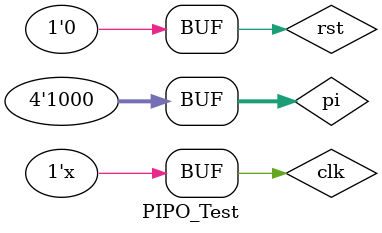
<source format=v>
`timescale 1ns / 1ps


module PIPO_Test;

	// Inputs
	reg clk;
	reg rst;
	reg [3:0] pi;

	// Outputs
	wire [3:0] po;

	// Instantiate the Unit Under Test (UUT)
	PIPO uut (
		.clk(clk), 
		.rst(rst), 
		.pi(pi), 
		.po(po)
	);
	initial
	clk=1'b1;
	always #10 clk = ~clk;
	initial begin
		// Initialize Inputs
		pi=4'b1101; rst=1'b1;

		// Wait 100 ns for global reset to finish
		#100 rst=1'b0;
		#100 pi=4'b1000;
		#100 rst=1'b1;
		#100 rst=1'b0;
        
		// Add stimulus here

	end
      
endmodule


</source>
